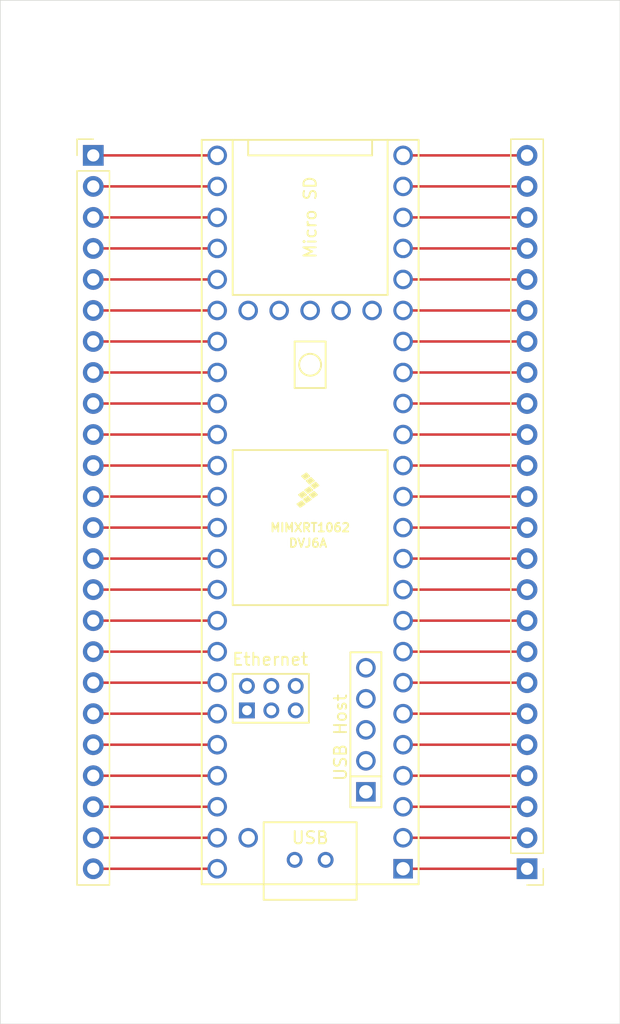
<source format=kicad_pcb>
(kicad_pcb (version 20240108) (generator "pcbnew") (generator_version "8.0")
  (layers (0 "F.Cu" signal) (31 "B.Cu" signal) (34 "B.Paste" user) (35 "F.Paste" user) (36 "B.SilkS" user "B.Silkscreen") (37 "F.SilkS" user "F.Silkscreen") (38 "B.Mask" user) (39 "F.Mask" user) (44 "Edge.Cuts" user))
  (net 0 "")
  (net 1 "Net-(J1-Pin_8)")
  (net 2 "Net-(J1-Pin_2)")
  (net 3 "Net-(J1-Pin_18)")
  (net 4 "Net-(J1-Pin_6)")
  (net 5 "Net-(J1-Pin_11)")
  (net 6 "Net-(J1-Pin_14)")
  (net 7 "Net-(J1-Pin_7)")
  (net 8 "Net-(J1-Pin_22)")
  (net 9 "Net-(J1-Pin_24)")
  (net 10 "Net-(J1-Pin_3)")
  (net 11 "Net-(J1-Pin_21)")
  (net 12 "Net-(J1-Pin_20)")
  (net 13 "Net-(J1-Pin_1)")
  (net 14 "Net-(J1-Pin_5)")
  (net 15 "Net-(J1-Pin_13)")
  (net 16 "Net-(J1-Pin_12)")
  (net 17 "Net-(J1-Pin_23)")
  (net 18 "Net-(J1-Pin_9)")
  (net 19 "Net-(J1-Pin_10)")
  (net 20 "Net-(J1-Pin_4)")
  (net 21 "Net-(J1-Pin_17)")
  (net 22 "Net-(J1-Pin_19)")
  (net 23 "Net-(J1-Pin_16)")
  (net 24 "Net-(J1-Pin_15)")
  (net 25 "Net-(J2-Pin_13)")
  (net 26 "Net-(J2-Pin_3)")
  (net 27 "Net-(J2-Pin_18)")
  (net 28 "Net-(J2-Pin_20)")
  (net 29 "Net-(J2-Pin_15)")
  (net 30 "Net-(J2-Pin_1)")
  (net 31 "Net-(J2-Pin_19)")
  (net 32 "Net-(J2-Pin_4)")
  (net 33 "Net-(J2-Pin_10)")
  (net 34 "Net-(J2-Pin_5)")
  (net 35 "Net-(J2-Pin_17)")
  (net 36 "Net-(J2-Pin_23)")
  (net 37 "Net-(J2-Pin_2)")
  (net 38 "Net-(J2-Pin_8)")
  (net 39 "Net-(J2-Pin_9)")
  (net 40 "Net-(J2-Pin_14)")
  (net 41 "Net-(J2-Pin_21)")
  (net 42 "Net-(J2-Pin_24)")
  (net 43 "Net-(J2-Pin_11)")
  (net 44 "Net-(J2-Pin_16)")
  (net 45 "Net-(J2-Pin_6)")
  (net 46 "Net-(J2-Pin_22)")
  (net 47 "Net-(J2-Pin_12)")
  (net 48 "Net-(J2-Pin_7)")
  (footprint "Connector_PinHeader_2.54mm:PinHeader_1x24_P2.54mm_Vertical" (layer "F.Cu") (at 137.16 63.5)
    (property "Reference" "J2" (hide yes))
    (property "Value" "Conn_01x24_Pin" (hide yes))
    (fp_line (start -1.33 -1.33) (end 0 -1.33) (stroke (width 0.12)) (layer "F.SilkS"))
    (fp_line (start -1.33 0) (end -1.33 -1.33) (stroke (width 0.12)) (layer "F.SilkS"))
    (fp_line (start -1.33 1.27) (end -1.33 59.75) (stroke (width 0.12)) (layer "F.SilkS"))
    (fp_line (start -1.33 1.27) (end 1.33 1.27) (stroke (width 0.12)) (layer "F.SilkS"))
    (fp_line (start -1.33 59.75) (end 1.33 59.75) (stroke (width 0.12)) (layer "F.SilkS"))
    (fp_line (start 1.33 1.27) (end 1.33 59.75) (stroke (width 0.12)) (layer "F.SilkS"))
    (pad "1" thru_hole rect (at 0 0) (size 1.7 1.7) (drill 1) (layers "*.Cu" "*.Mask") (net 30 "Net-(J2-Pin_1)"))
    (pad "2" thru_hole oval (at 0 2.54) (size 1.7 1.7) (drill 1) (layers "*.Cu" "*.Mask") (net 37 "Net-(J2-Pin_2)"))
    (pad "3" thru_hole oval (at 0 5.08) (size 1.7 1.7) (drill 1) (layers "*.Cu" "*.Mask") (net 26 "Net-(J2-Pin_3)"))
    (pad "4" thru_hole oval (at 0 7.62) (size 1.7 1.7) (drill 1) (layers "*.Cu" "*.Mask") (net 32 "Net-(J2-Pin_4)"))
    (pad "5" thru_hole oval (at 0 10.16) (size 1.7 1.7) (drill 1) (layers "*.Cu" "*.Mask") (net 34 "Net-(J2-Pin_5)"))
    (pad "6" thru_hole oval (at 0 12.7) (size 1.7 1.7) (drill 1) (layers "*.Cu" "*.Mask") (net 45 "Net-(J2-Pin_6)"))
    (pad "7" thru_hole oval (at 0 15.24) (size 1.7 1.7) (drill 1) (layers "*.Cu" "*.Mask") (net 48 "Net-(J2-Pin_7)"))
    (pad "8" thru_hole oval (at 0 17.78) (size 1.7 1.7) (drill 1) (layers "*.Cu" "*.Mask") (net 38 "Net-(J2-Pin_8)"))
    (pad "9" thru_hole oval (at 0 20.32) (size 1.7 1.7) (drill 1) (layers "*.Cu" "*.Mask") (net 39 "Net-(J2-Pin_9)"))
    (pad "10" thru_hole oval (at 0 22.86) (size 1.7 1.7) (drill 1) (layers "*.Cu" "*.Mask") (net 33 "Net-(J2-Pin_10)"))
    (pad "11" thru_hole oval (at 0 25.4) (size 1.7 1.7) (drill 1) (layers "*.Cu" "*.Mask") (net 43 "Net-(J2-Pin_11)"))
    (pad "12" thru_hole oval (at 0 27.94) (size 1.7 1.7) (drill 1) (layers "*.Cu" "*.Mask") (net 47 "Net-(J2-Pin_12)"))
    (pad "13" thru_hole oval (at 0 30.48) (size 1.7 1.7) (drill 1) (layers "*.Cu" "*.Mask") (net 25 "Net-(J2-Pin_13)"))
    (pad "14" thru_hole oval (at 0 33.02) (size 1.7 1.7) (drill 1) (layers "*.Cu" "*.Mask") (net 40 "Net-(J2-Pin_14)"))
    (pad "15" thru_hole oval (at 0 35.56) (size 1.7 1.7) (drill 1) (layers "*.Cu" "*.Mask") (net 29 "Net-(J2-Pin_15)"))
    (pad "16" thru_hole oval (at 0 38.1) (size 1.7 1.7) (drill 1) (layers "*.Cu" "*.Mask") (net 44 "Net-(J2-Pin_16)"))
    (pad "17" thru_hole oval (at 0 40.64) (size 1.7 1.7) (drill 1) (layers "*.Cu" "*.Mask") (net 35 "Net-(J2-Pin_17)"))
    (pad "18" thru_hole oval (at 0 43.18) (size 1.7 1.7) (drill 1) (layers "*.Cu" "*.Mask") (net 27 "Net-(J2-Pin_18)"))
    (pad "19" thru_hole oval (at 0 45.72) (size 1.7 1.7) (drill 1) (layers "*.Cu" "*.Mask") (net 31 "Net-(J2-Pin_19)"))
    (pad "20" thru_hole oval (at 0 48.26) (size 1.7 1.7) (drill 1) (layers "*.Cu" "*.Mask") (net 28 "Net-(J2-Pin_20)"))
    (pad "21" thru_hole oval (at 0 50.8) (size 1.7 1.7) (drill 1) (layers "*.Cu" "*.Mask") (net 41 "Net-(J2-Pin_21)"))
    (pad "22" thru_hole oval (at 0 53.34) (size 1.7 1.7) (drill 1) (layers "*.Cu" "*.Mask") (net 46 "Net-(J2-Pin_22)"))
    (pad "23" thru_hole oval (at 0 55.88) (size 1.7 1.7) (drill 1) (layers "*.Cu" "*.Mask") (net 36 "Net-(J2-Pin_23)"))
    (pad "24" thru_hole oval (at 0 58.42) (size 1.7 1.7) (drill 1) (layers "*.Cu" "*.Mask") (net 42 "Net-(J2-Pin_24)"))
  )
  (footprint "MountingHole:MountingHole_3.2mm_M3" (layer "F.Cu") (at 175.26 55.88)
    (property "Reference" "REF**" (hide yes))
    (property "Value" "MountingHole_3.2mm_M3" (hide yes))
    (pad "" np_thru_hole circle (at 0 0) (size 3.2 3.2) (drill 3.2) (layers "F&B.Cu" "*.Mask"))
  )
  (footprint "Connector_PinHeader_2.54mm:PinHeader_1x24_P2.54mm_Vertical" (layer "F.Cu") (at 172.72 121.92 180)
    (property "Reference" "J1" (hide yes))
    (property "Value" "Conn_01x24_Pin" (hide yes))
    (fp_line (start 1.33 1.27) (end 1.33 59.75) (stroke (width 0.12)) (layer "F.SilkS"))
    (fp_line (start -1.33 59.75) (end 1.33 59.75) (stroke (width 0.12)) (layer "F.SilkS"))
    (fp_line (start -1.33 1.27) (end 1.33 1.27) (stroke (width 0.12)) (layer "F.SilkS"))
    (fp_line (start -1.33 1.27) (end -1.33 59.75) (stroke (width 0.12)) (layer "F.SilkS"))
    (fp_line (start -1.33 0) (end -1.33 -1.33) (stroke (width 0.12)) (layer "F.SilkS"))
    (fp_line (start -1.33 -1.33) (end 0 -1.33) (stroke (width 0.12)) (layer "F.SilkS"))
    (pad "1" thru_hole rect (at 0 0 180) (size 1.7 1.7) (drill 1) (layers "*.Cu" "*.Mask") (net 13 "Net-(J1-Pin_1)"))
    (pad "2" thru_hole oval (at 0 2.54 180) (size 1.7 1.7) (drill 1) (layers "*.Cu" "*.Mask") (net 2 "Net-(J1-Pin_2)"))
    (pad "3" thru_hole oval (at 0 5.08 180) (size 1.7 1.7) (drill 1) (layers "*.Cu" "*.Mask") (net 10 "Net-(J1-Pin_3)"))
    (pad "4" thru_hole oval (at 0 7.62 180) (size 1.7 1.7) (drill 1) (layers "*.Cu" "*.Mask") (net 20 "Net-(J1-Pin_4)"))
    (pad "5" thru_hole oval (at 0 10.16 180) (size 1.7 1.7) (drill 1) (layers "*.Cu" "*.Mask") (net 14 "Net-(J1-Pin_5)"))
    (pad "6" thru_hole oval (at 0 12.7 180) (size 1.7 1.7) (drill 1) (layers "*.Cu" "*.Mask") (net 4 "Net-(J1-Pin_6)"))
    (pad "7" thru_hole oval (at 0 15.24 180) (size 1.7 1.7) (drill 1) (layers "*.Cu" "*.Mask") (net 7 "Net-(J1-Pin_7)"))
    (pad "8" thru_hole oval (at 0 17.78 180) (size 1.7 1.7) (drill 1) (layers "*.Cu" "*.Mask") (net 1 "Net-(J1-Pin_8)"))
    (pad "9" thru_hole oval (at 0 20.32 180) (size 1.7 1.7) (drill 1) (layers "*.Cu" "*.Mask") (net 18 "Net-(J1-Pin_9)"))
    (pad "10" thru_hole oval (at 0 22.86 180) (size 1.7 1.7) (drill 1) (layers "*.Cu" "*.Mask") (net 19 "Net-(J1-Pin_10)"))
    (pad "11" thru_hole oval (at 0 25.4 180) (size 1.7 1.7) (drill 1) (layers "*.Cu" "*.Mask") (net 5 "Net-(J1-Pin_11)"))
    (pad "12" thru_hole oval (at 0 27.94 180) (size 1.7 1.7) (drill 1) (layers "*.Cu" "*.Mask") (net 16 "Net-(J1-Pin_12)"))
    (pad "13" thru_hole oval (at 0 30.48 180) (size 1.7 1.7) (drill 1) (layers "*.Cu" "*.Mask") (net 15 "Net-(J1-Pin_13)"))
    (pad "14" thru_hole oval (at 0 33.02 180) (size 1.7 1.7) (drill 1) (layers "*.Cu" "*.Mask") (net 6 "Net-(J1-Pin_14)"))
    (pad "15" thru_hole oval (at 0 35.56 180) (size 1.7 1.7) (drill 1) (layers "*.Cu" "*.Mask") (net 24 "Net-(J1-Pin_15)"))
    (pad "16" thru_hole oval (at 0 38.1 180) (size 1.7 1.7) (drill 1) (layers "*.Cu" "*.Mask") (net 23 "Net-(J1-Pin_16)"))
    (pad "17" thru_hole oval (at 0 40.64 180) (size 1.7 1.7) (drill 1) (layers "*.Cu" "*.Mask") (net 21 "Net-(J1-Pin_17)"))
    (pad "18" thru_hole oval (at 0 43.18 180) (size 1.7 1.7) (drill 1) (layers "*.Cu" "*.Mask") (net 3 "Net-(J1-Pin_18)"))
    (pad "19" thru_hole oval (at 0 45.72 180) (size 1.7 1.7) (drill 1) (layers "*.Cu" "*.Mask") (net 22 "Net-(J1-Pin_19)"))
    (pad "20" thru_hole oval (at 0 48.26 180) (size 1.7 1.7) (drill 1) (layers "*.Cu" "*.Mask") (net 12 "Net-(J1-Pin_20)"))
    (pad "21" thru_hole oval (at 0 50.8 180) (size 1.7 1.7) (drill 1) (layers "*.Cu" "*.Mask") (net 11 "Net-(J1-Pin_21)"))
    (pad "22" thru_hole oval (at 0 53.34 180) (size 1.7 1.7) (drill 1) (layers "*.Cu" "*.Mask") (net 8 "Net-(J1-Pin_22)"))
    (pad "23" thru_hole oval (at 0 55.88 180) (size 1.7 1.7) (drill 1) (layers "*.Cu" "*.Mask") (net 17 "Net-(J1-Pin_23)"))
    (pad "24" thru_hole oval (at 0 58.42 180) (size 1.7 1.7) (drill 1) (layers "*.Cu" "*.Mask") (net 9 "Net-(J1-Pin_24)"))
  )
  (footprint "MountingHole:MountingHole_3.2mm_M3" (layer "F.Cu") (at 134.62 55.88)
    (property "Reference" "REF**" (hide yes))
    (property "Value" "MountingHole_3.2mm_M3" (hide yes))
    (pad "" np_thru_hole circle (at 0 0) (size 3.2 3.2) (drill 3.2) (layers "*.Cu" "*.Mask"))
  )
  (footprint "MountingHole:MountingHole_3.2mm_M3" (layer "F.Cu") (at 134.62 129.54)
    (property "Reference" "REF**" (hide yes))
    (property "Value" "MountingHole_3.2mm_M3" (hide yes))
    (pad "" np_thru_hole circle (at 0 0) (size 3.2 3.2) (drill 3.2) (layers "F&B.Cu" "*.Mask"))
  )
  (footprint "Teensy_footprints:Teensy41" (layer "F.Cu") (at 154.94 92.71 90)
    (property "Reference" "U1" (hide yes))
    (property "Value" "Teensy4.1" (hide yes))
    (fp_line (start 30.48 -8.89) (end 30.48 8.89) (stroke (width 0.15)) (layer "F.SilkS"))
    (fp_line (start -30.48 -8.89) (end 30.48 -8.89) (stroke (width 0.15)) (layer "F.SilkS"))
    (fp_line (start -13.25 -6.3516) (end -17.25 -6.3516) (stroke (width 0.15)) (layer "F.SilkS"))
    (fp_line (start -17.25 -6.3516) (end -17.25 -6.1016) (stroke (width 0.15)) (layer "F.SilkS"))
    (fp_line (start 30.48 -6.35) (end 17.78 -6.35) (stroke (width 0.15)) (layer "F.SilkS"))
    (fp_line (start 17.78 -6.35) (end 17.78 6.35) (stroke (width 0.15)) (layer "F.SilkS"))
    (fp_line (start 5.08 -6.35) (end -7.62 -6.35) (stroke (width 0.15)) (layer "F.SilkS"))
    (fp_line (start -7.62 -6.35) (end -7.62 6.35) (stroke (width 0.15)) (layer "F.SilkS"))
    (fp_line (start -17.25 -6.1016) (end -17.25 -0.1016) (stroke (width 0.15)) (layer "F.SilkS"))
    (fp_line (start 30.48 -5.08) (end 29.21 -5.08) (stroke (width 0.15)) (layer "F.SilkS"))
    (fp_line (start 29.21 -5.08) (end 29.21 5.08) (stroke (width 0.15)) (layer "F.SilkS"))
    (fp_line (start -25.4 -3.81) (end -30.48 -3.81) (stroke (width 0.15)) (layer "F.SilkS"))
    (fp_line (start -31.75 -3.81) (end -30.48 -3.81) (stroke (width 0.15)) (layer "F.SilkS"))
    (fp_line (start 13.97 -1.27) (end 13.97 1.27) (stroke (width 0.15)) (layer "F.SilkS"))
    (fp_line (start 10.16 -1.27) (end 13.97 -1.27) (stroke (width 0.15)) (layer "F.SilkS"))
    (fp_line (start -13.25 -0.1016) (end -13.25 -6.3516) (stroke (width 0.15)) (layer "F.SilkS"))
    (fp_line (start -17.25 -0.1016) (end -13.25 -0.1016) (stroke (width 0.15)) (layer "F.SilkS"))
    (fp_line (start 13.97 1.27) (end 10.16 1.27) (stroke (width 0.15)) (layer "F.SilkS"))
    (fp_line (start 10.16 1.27) (end 10.16 -1.27) (stroke (width 0.15)) (layer "F.SilkS"))
    (fp_line (start -11.4808 3.2992) (end -11.4808 5.8392) (stroke (width 0.15)) (layer "F.SilkS"))
    (fp_line (start -21.6408 3.2992) (end -21.6408 5.8392) (stroke (width 0.15)) (layer "F.SilkS"))
    (fp_line (start -24.1808 3.2992) (end -11.4808 3.2992) (stroke (width 0.15)) (layer "F.SilkS"))
    (fp_line (start -24.1808 3.2992) (end -21.6408 3.2992) (stroke (width 0.15)) (layer "F.SilkS"))
    (fp_line (start -25.4 3.81) (end -25.4 -3.81) (stroke (width 0.15)) (layer "F.SilkS"))
    (fp_line (start -25.4 3.81) (end -30.48 3.81) (stroke (width 0.15)) (layer "F.SilkS"))
    (fp_line (start -30.48 3.81) (end -31.75 3.81) (stroke (width 0.15)) (layer "F.SilkS"))
    (fp_line (start -31.75 3.81) (end -31.75 -3.81) (stroke (width 0.15)) (layer "F.SilkS"))
    (fp_line (start 29.21 5.08) (end 30.48 5.08) (stroke (width 0.15)) (layer "F.SilkS"))
    (fp_line (start -11.4808 5.8392) (end -24.1808 5.8392) (stroke (width 0.15)) (layer "F.SilkS"))
    (fp_line (start -24.1808 5.8392) (end -24.1808 3.2992) (stroke (width 0.15)) (layer "F.SilkS"))
    (fp_line (start 17.78 6.35) (end 30.48 6.35) (stroke (width 0.15)) (layer "F.SilkS"))
    (fp_line (start 5.08 6.35) (end 5.08 -6.35) (stroke (width 0.15)) (layer "F.SilkS"))
    (fp_line (start -7.62 6.35) (end 5.08 6.35) (stroke (width 0.15)) (layer "F.SilkS"))
    (fp_line (start 30.48 8.89) (end -30.48 8.89) (stroke (width 0.15)) (layer "F.SilkS"))
    (fp_line (start -30.48 8.89) (end -30.48 -8.89) (stroke (width 0.15)) (layer "F.SilkS"))
    (fp_circle (center 12.065 0) (end 12.7 -0.635) (stroke (width 0.15)) (fill none) (layer "F.SilkS"))
    (fp_poly (pts (xy 0.911 -0.688) (xy 0.657 -0.434) (xy 0.403 -0.815) (xy 0.657 -1.069)) (stroke (width 0.1)) (fill solid) (layer "F.SilkS"))
    (fp_poly (pts (xy 1.673 -0.561) (xy 1.419 -0.307) (xy 1.165 -0.688) (xy 1.419 -0.942)) (stroke (width 0.1)) (fill solid) (layer "F.SilkS"))
    (fp_poly (pts (xy 3.197 -0.307) (xy 2.943 -0.053) (xy 2.689 -0.434) (xy 2.943 -0.688)) (stroke (width 0.1)) (fill solid) (layer "F.SilkS"))
    (fp_poly (pts (xy 1.292 -0.18) (xy 1.038 0.074) (xy 0.784 -0.307) (xy 1.038 -0.561)) (stroke (width 0.1)) (fill solid) (layer "F.SilkS"))
    (fp_poly (pts (xy 2.054 -0.053) (xy 1.8 0.201) (xy 1.546 -0.18) (xy 1.8 -0.434)) (stroke (width 0.1)) (fill solid) (layer "F.SilkS"))
    (fp_poly (pts (xy 2.816 0.074) (xy 2.562 0.328) (xy 2.308 -0.053) (xy 2.562 -0.307)) (stroke (width 0.1)) (fill solid) (layer "F.SilkS"))
    (fp_poly (pts (xy 1.673 0.328) (xy 1.419 0.582) (xy 1.165 0.201) (xy 1.419 -0.053)) (stroke (width 0.1)) (fill solid) (layer "F.SilkS"))
    (fp_poly (pts (xy 2.435 0.455) (xy 2.181 0.709) (xy 1.927 0.328) (xy 2.181 0.074)) (stroke (width 0.1)) (fill solid) (layer "F.SilkS"))
    (fp_text user "Ethernet" (at -12.065 -3.2766 0) (layer "F.SilkS"))
    (fp_text user "MIMXRT1062" (at -1.27 0 0) (layer "F.SilkS") (effects (font (size 0.7 0.7))))
    (fp_text user "Micro SD" (at 24.13 0 90) (layer "F.SilkS"))
    (fp_text user "USB Host" (at -18.4658 2.4892 90) (layer "F.SilkS"))
    (fp_text user "USB" (at -26.67 0 0) (layer "F.SilkS"))
    (fp_text user "DVJ6A" (at -2.54 -0.18 0) (layer "F.SilkS") (effects (font (size 0.7 0.7))))
    (pad "1" thru_hole rect (at -29.21 7.62 90) (size 1.6 1.6) (drill 1.1) (layers "*.Cu" "*.Mask") (net 13 "Net-(J1-Pin_1)"))
    (pad "2" thru_hole circle (at -26.67 7.62 90) (size 1.6 1.6) (drill 1.1) (layers "*.Cu" "*.Mask") (net 2 "Net-(J1-Pin_2)"))
    (pad "3" thru_hole circle (at -24.13 7.62 90) (size 1.6 1.6) (drill 1.1) (layers "*.Cu" "*.Mask") (net 10 "Net-(J1-Pin_3)"))
    (pad "4" thru_hole circle (at -21.59 7.62 90) (size 1.6 1.6) (drill 1.1) (layers "*.Cu" "*.Mask") (net 20 "Net-(J1-Pin_4)"))
    (pad "5" thru_hole circle (at -19.05 7.62 90) (size 1.6 1.6) (drill 1.1) (layers "*.Cu" "*.Mask") (net 14 "Net-(J1-Pin_5)"))
    (pad "6" thru_hole circle (at -16.51 7.62 90) (size 1.6 1.6) (drill 1.1) (layers "*.Cu" "*.Mask") (net 4 "Net-(J1-Pin_6)"))
    (pad "7" thru_hole circle (at -13.97 7.62 90) (size 1.6 1.6) (drill 1.1) (layers "*.Cu" "*.Mask") (net 7 "Net-(J1-Pin_7)"))
    (pad "8" thru_hole circle (at -11.43 7.62 90) (size 1.6 1.6) (drill 1.1) (layers "*.Cu" "*.Mask") (net 1 "Net-(J1-Pin_8)"))
    (pad "9" thru_hole circle (at -8.89 7.62 90) (size 1.6 1.6) (drill 1.1) (layers "*.Cu" "*.Mask") (net 18 "Net-(J1-Pin_9)"))
    (pad "10" thru_hole circle (at -6.35 7.62 90) (size 1.6 1.6) (drill 1.1) (layers "*.Cu" "*.Mask") (net 19 "Net-(J1-Pin_10)"))
    (pad "11" thru_hole circle (at -3.81 7.62 90) (size 1.6 1.6) (drill 1.1) (layers "*.Cu" "*.Mask") (net 5 "Net-(J1-Pin_11)"))
    (pad "12" thru_hole circle (at -1.27 7.62 90) (size 1.6 1.6) (drill 1.1) (layers "*.Cu" "*.Mask") (net 16 "Net-(J1-Pin_12)"))
    (pad "13" thru_hole circle (at 1.27 7.62 90) (size 1.6 1.6) (drill 1.1) (layers "*.Cu" "*.Mask") (net 15 "Net-(J1-Pin_13)"))
    (pad "14" thru_hole circle (at 3.81 7.62 90) (size 1.6 1.6) (drill 1.1) (layers "*.Cu" "*.Mask") (net 6 "Net-(J1-Pin_14)"))
    (pad "15" thru_hole circle (at 6.35 7.62 90) (size 1.6 1.6) (drill 1.1) (layers "*.Cu" "*.Mask") (net 24 "Net-(J1-Pin_15)"))
    (pad "16" thru_hole circle (at 8.89 7.62 90) (size 1.6 1.6) (drill 1.1) (layers "*.Cu" "*.Mask") (net 23 "Net-(J1-Pin_16)"))
    (pad "17" thru_hole circle (at 11.43 7.62 90) (size 1.6 1.6) (drill 1.1) (layers "*.Cu" "*.Mask") (net 21 "Net-(J1-Pin_17)"))
    (pad "18" thru_hole circle (at 13.97 7.62 90) (size 1.6 1.6) (drill 1.1) (layers "*.Cu" "*.Mask") (net 3 "Net-(J1-Pin_18)"))
    (pad "19" thru_hole circle (at 16.51 7.62 90) (size 1.6 1.6) (drill 1.1) (layers "*.Cu" "*.Mask") (net 22 "Net-(J1-Pin_19)"))
    (pad "20" thru_hole circle (at 19.05 7.62 90) (size 1.6 1.6) (drill 1.1) (layers "*.Cu" "*.Mask") (net 12 "Net-(J1-Pin_20)"))
    (pad "21" thru_hole circle (at 21.59 7.62 90) (size 1.6 1.6) (drill 1.1) (layers "*.Cu" "*.Mask") (net 11 "Net-(J1-Pin_21)"))
    (pad "22" thru_hole circle (at 24.13 7.62 90) (size 1.6 1.6) (drill 1.1) (layers "*.Cu" "*.Mask") (net 8 "Net-(J1-Pin_22)"))
    (pad "23" thru_hole circle (at 26.67 7.62 90) (size 1.6 1.6) (drill 1.1) (layers "*.Cu" "*.Mask") (net 17 "Net-(J1-Pin_23)"))
    (pad "24" thru_hole circle (at 29.21 7.62 90) (size 1.6 1.6) (drill 1.1) (layers "*.Cu" "*.Mask") (net 9 "Net-(J1-Pin_24)"))
    (pad "25" thru_hole circle (at 29.21 -7.62 90) (size 1.6 1.6) (drill 1.1) (layers "*.Cu" "*.Mask") (net 30 "Net-(J2-Pin_1)"))
    (pad "26" thru_hole circle (at 26.67 -7.62 90) (size 1.6 1.6) (drill 1.1) (layers "*.Cu" "*.Mask") (net 37 "Net-(J2-Pin_2)"))
    (pad "27" thru_hole circle (at 24.13 -7.62 90) (size 1.6 1.6) (drill 1.1) (layers "*.Cu" "*.Mask") (net 26 "Net-(J2-Pin_3)"))
    (pad "28" thru_hole circle (at 21.59 -7.62 90) (size 1.6 1.6) (drill 1.1) (layers "*.Cu" "*.Mask") (net 32 "Net-(J2-Pin_4)"))
    (pad "29" thru_hole circle (at 19.05 -7.62 90) (size 1.6 1.6) (drill 1.1) (layers "*.Cu" "*.Mask") (net 34 "Net-(J2-Pin_5)"))
    (pad "30" thru_hole circle (at 16.51 -7.62 90) (size 1.6 1.6) (drill 1.1) (layers "*.Cu" "*.Mask") (net 45 "Net-(J2-Pin_6)"))
    (pad "31" thru_hole circle (at 13.97 -7.62 90) (size 1.6 1.6) (drill 1.1) (layers "*.Cu" "*.Mask") (net 48 "Net-(J2-Pin_7)"))
    (pad "32" thru_hole circle (at 11.43 -7.62 90) (size 1.6 1.6) (drill 1.1) (layers "*.Cu" "*.Mask") (net 38 "Net-(J2-Pin_8)"))
    (pad "33" thru_hole circle (at 8.89 -7.62 90) (size 1.6 1.6) (drill 1.1) (layers "*.Cu" "*.Mask") (net 39 "Net-(J2-Pin_9)"))
    (pad "34" thru_hole circle (at 6.35 -7.62 90) (size 1.6 1.6) (drill 1.1) (layers "*.Cu" "*.Mask") (net 33 "Net-(J2-Pin_10)"))
    (pad "35" thru_hole circle (at 3.81 -7.62 90) (size 1.6 1.6) (drill 1.1) (layers "*.Cu" "*.Mask") (net 43 "Net-(J2-Pin_11)"))
    (pad "36" thru_hole circle (at 1.27 -7.62 90) (size 1.6 1.6) (drill 1.1) (layers "*.Cu" "*.Mask") (net 47 "Net-(J2-Pin_12)"))
    (pad "37" thru_hole circle (at -1.27 -7.62 90) (size 1.6 1.6) (drill 1.1) (layers "*.Cu" "*.Mask") (net 25 "Net-(J2-Pin_13)"))
    (pad "38" thru_hole circle (at -3.81 -7.62 90) (size 1.6 1.6) (drill 1.1) (layers "*.Cu" "*.Mask") (net 40 "Net-(J2-Pin_14)"))
    (pad "39" thru_hole circle (at -6.35 -7.62 90) (size 1.6 1.6) (drill 1.1) (layers "*.Cu" "*.Mask") (net 29 "Net-(J2-Pin_15)"))
    (pad "40" thru_hole circle (at -8.89 -7.62 90) (size 1.6 1.6) (drill 1.1) (layers "*.Cu" "*.Mask") (net 44 "Net-(J2-Pin_16)"))
    (pad "41" thru_hole circle (at -11.43 -7.62 90) (size 1.6 1.6) (drill 1.1) (layers "*.Cu" "*.Mask") (net 35 "Net-(J2-Pin_17)"))
    (pad "42" thru_hole circle (at -13.97 -7.62 90) (size 1.6 1.6) (drill 1.1) (layers "*.Cu" "*.Mask") (net 27 "Net-(J2-Pin_18)"))
    (pad "43" thru_hole circle (at -16.51 -7.62 90) (size 1.6 1.6) (drill 1.1) (layers "*.Cu" "*.Mask") (net 31 "Net-(J2-Pin_19)"))
    (pad "44" thru_hole circle (at -19.05 -7.62 90) (size 1.6 1.6) (drill 1.1) (layers "*.Cu" "*.Mask") (net 28 "Net-(J2-Pin_20)"))
    (pad "45" thru_hole circle (at -21.59 -7.62 90) (size 1.6 1.6) (drill 1.1) (layers "*.Cu" "*.Mask") (net 41 "Net-(J2-Pin_21)"))
    (pad "46" thru_hole circle (at -24.13 -7.62 90) (size 1.6 1.6) (drill 1.1) (layers "*.Cu" "*.Mask") (net 46 "Net-(J2-Pin_22)"))
    (pad "47" thru_hole circle (at -26.67 -7.62 90) (size 1.6 1.6) (drill 1.1) (layers "*.Cu" "*.Mask") (net 36 "Net-(J2-Pin_23)"))
    (pad "48" thru_hole circle (at -29.21 -7.62 90) (size 1.6 1.6) (drill 1.1) (layers "*.Cu" "*.Mask") (net 42 "Net-(J2-Pin_24)"))
    (pad "49" thru_hole circle (at -26.67 -5.08 90) (size 1.6 1.6) (drill 1.1) (layers "*.Cu" "*.Mask"))
    (pad "50" thru_hole circle (at 16.51 5.08 90) (size 1.6 1.6) (drill 1.1) (layers "*.Cu" "*.Mask"))
    (pad "51" thru_hole circle (at 16.51 2.54 90) (size 1.6 1.6) (drill 1.1) (layers "*.Cu" "*.Mask"))
    (pad "52" thru_hole circle (at 16.51 0 90) (size 1.6 1.6) (drill 1.1) (layers "*.Cu" "*.Mask"))
    (pad "53" thru_hole circle (at 16.51 -2.54 90) (size 1.6 1.6) (drill 1.1) (layers "*.Cu" "*.Mask"))
    (pad "54" thru_hole circle (at 16.51 -5.08 90) (size 1.6 1.6) (drill 1.1) (layers "*.Cu" "*.Mask"))
    (pad "55" thru_hole rect (at -22.9108 4.5692 90) (size 1.6 1.6) (drill 1.1) (layers "*.Cu" "*.Mask"))
    (pad "56" thru_hole circle (at -20.3708 4.5692 90) (size 1.6 1.6) (drill 1.1) (layers "*.Cu" "*.Mask"))
    (pad "57" thru_hole circle (at -17.8308 4.5692 90) (size 1.6 1.6) (drill 1.1) (layers "*.Cu" "*.Mask"))
    (pad "58" thru_hole circle (at -15.2908 4.5692 90) (size 1.6 1.6) (drill 1.1) (layers "*.Cu" "*.Mask"))
    (pad "59" thru_hole circle (at -12.7508 4.5692 90) (size 1.6 1.6) (drill 1.1) (layers "*.Cu" "*.Mask"))
    (pad "60" thru_hole rect (at -16.24 -5.1816 90) (size 1.3 1.3) (drill 0.8) (layers "*.Cu" "*.Mask"))
    (pad "61" thru_hole circle (at -16.24 -3.1816 90) (size 1.3 1.3) (drill 0.8) (layers "*.Cu" "*.Mask"))
    (pad "62" thru_hole circle (at -16.24 -1.1816 90) (size 1.3 1.3) (drill 0.8) (layers "*.Cu" "*.Mask"))
    (pad "63" thru_hole circle (at -14.24 -1.1816 90) (size 1.3 1.3) (drill 0.8) (layers "*.Cu" "*.Mask"))
    (pad "64" thru_hole circle (at -14.24 -3.1816 90) (size 1.3 1.3) (drill 0.8) (layers "*.Cu" "*.Mask"))
    (pad "65" thru_hole circle (at -14.24 -5.1816 90) (size 1.3 1.3) (drill 0.8) (layers "*.Cu" "*.Mask"))
    (pad "66" thru_hole circle (at -28.48 -1.27 90) (size 1.3 1.3) (drill 0.8) (layers "*.Cu" "*.Mask"))
    (pad "67" thru_hole circle (at -28.48 1.27 90) (size 1.3 1.3) (drill 0.8) (layers "*.Cu" "*.Mask"))
  )
  (footprint "MountingHole:MountingHole_3.2mm_M3" (layer "F.Cu") (at 175.26 129.54)
    (property "Reference" "REF**" (hide yes))
    (property "Value" "MountingHole_3.2mm_M3" (hide yes))
    (pad "" np_thru_hole circle (at 0 0) (size 3.2 3.2) (drill 3.2) (layers "F&B.Cu" "*.Mask"))
  )
  (gr_line (start 172.72 93.98) (end 162.56 93.98) (stroke (width 0.2)) (layer "F.Cu") (net 16))
  (gr_line (start 147.32 66.04) (end 137.16 66.04) (stroke (width 0.2)) (layer "F.Cu") (net 37))
  (gr_line (start 147.32 116.84) (end 137.16 116.84) (stroke (width 0.2)) (layer "F.Cu") (net 46))
  (gr_line (start 172.72 119.38) (end 162.56 119.38) (stroke (width 0.2)) (layer "F.Cu") (net 2))
  (gr_line (start 147.32 111.76) (end 137.16 111.76) (stroke (width 0.2)) (layer "F.Cu") (net 28))
  (gr_line (start 172.72 104.14) (end 162.56 104.14) (stroke (width 0.2)) (layer "F.Cu") (net 1))
  (gr_line (start 147.32 76.2) (end 137.16 76.2) (stroke (width 0.2)) (layer "F.Cu") (net 45))
  (gr_line (start 147.32 104.14) (end 137.16 104.14) (stroke (width 0.2)) (layer "F.Cu") (net 35))
  (gr_line (start 162.56 76.2) (end 172.72 76.2) (stroke (width 0.2)) (layer "F.Cu") (net 22))
  (gr_line (start 172.72 116.84) (end 162.56 116.84) (stroke (width 0.2)) (layer "F.Cu") (net 10))
  (gr_line (start 172.72 101.6) (end 162.56 101.6) (stroke (width 0.2)) (layer "F.Cu") (net 18))
  (gr_line (start 147.32 78.74) (end 137.16 78.74) (stroke (width 0.2)) (layer "F.Cu") (net 48))
  (gr_line (start 162.56 88.9) (end 172.72 88.9) (stroke (width 0.2)) (layer "F.Cu") (net 6))
  (gr_line (start 162.56 63.5) (end 172.72 63.5) (stroke (width 0.2)) (layer "F.Cu") (net 9))
  (gr_line (start 147.32 93.98) (end 137.16 93.98) (stroke (width 0.2)) (layer "F.Cu") (net 25))
  (gr_line (start 172.72 99.06) (end 162.56 99.06) (stroke (width 0.2)) (layer "F.Cu") (net 19))
  (gr_line (start 137.16 88.9) (end 147.32 88.9) (stroke (width 0.2)) (layer "F.Cu") (net 43))
  (gr_line (start 137.16 106.68) (end 147.32 106.68) (stroke (width 0.2)) (layer "F.Cu") (net 27))
  (gr_line (start 147.32 68.58) (end 137.16 68.58) (stroke (width 0.2)) (layer "F.Cu") (net 26))
  (gr_line (start 162.56 83.82) (end 172.72 83.82) (stroke (width 0.2)) (layer "F.Cu") (net 23))
  (gr_line (start 147.32 101.6) (end 137.16 101.6) (stroke (width 0.2)) (layer "F.Cu") (net 44))
  (gr_line (start 147.32 96.52) (end 137.16 96.52) (stroke (width 0.2)) (layer "F.Cu") (net 40))
  (gr_line (start 162.56 68.58) (end 172.72 68.58) (stroke (width 0.2)) (layer "F.Cu") (net 8))
  (gr_line (start 162.56 86.36) (end 172.72 86.36) (stroke (width 0.2)) (layer "F.Cu") (net 24))
  (gr_line (start 147.32 109.22) (end 137.16 109.22) (stroke (width 0.2)) (layer "F.Cu") (net 31))
  (gr_line (start 162.56 96.52) (end 172.72 96.52) (stroke (width 0.2)) (layer "F.Cu") (net 5))
  (gr_line (start 162.56 66.04) (end 172.72 66.04) (stroke (width 0.2)) (layer "F.Cu") (net 17))
  (gr_line (start 147.32 81.28) (end 137.16 81.28) (stroke (width 0.2)) (layer "F.Cu") (net 38))
  (gr_line (start 147.32 121.92) (end 137.16 121.92) (stroke (width 0.2)) (layer "F.Cu") (net 42))
  (gr_line (start 172.72 106.68) (end 162.56 106.68) (stroke (width 0.2)) (layer "F.Cu") (net 7))
  (gr_line (start 147.32 86.36) (end 137.16 86.36) (stroke (width 0.2)) (layer "F.Cu") (net 33))
  (gr_line (start 147.32 91.44) (end 137.16 91.44) (stroke (width 0.2)) (layer "F.Cu") (net 47))
  (gr_line (start 162.56 81.28) (end 172.72 81.28) (stroke (width 0.2)) (layer "F.Cu") (net 21))
  (gr_line (start 162.56 78.74) (end 172.72 78.74) (stroke (width 0.2)) (layer "F.Cu") (net 3))
  (gr_line (start 147.32 73.66) (end 137.16 73.66) (stroke (width 0.2)) (layer "F.Cu") (net 34))
  (gr_line (start 147.32 99.06) (end 137.16 99.06) (stroke (width 0.2)) (layer "F.Cu") (net 29))
  (gr_line (start 162.56 114.3) (end 172.72 114.3) (stroke (width 0.2)) (layer "F.Cu") (net 20))
  (gr_line (start 172.72 121.92) (end 162.56 121.92) (stroke (width 0.2)) (layer "F.Cu") (net 13))
  (gr_line (start 162.56 73.66) (end 172.72 73.66) (stroke (width 0.2)) (layer "F.Cu") (net 12))
  (gr_line (start 172.72 91.44) (end 162.56 91.44) (stroke (width 0.2)) (layer "F.Cu") (net 15))
  (gr_line (start 147.32 119.38) (end 137.16 119.38) (stroke (width 0.2)) (layer "F.Cu") (net 36))
  (gr_line (start 147.32 63.5) (end 137.16 63.5) (stroke (width 0.2)) (layer "F.Cu") (net 30))
  (gr_line (start 147.32 71.12) (end 137.16 71.12) (stroke (width 0.2)) (layer "F.Cu") (net 32))
  (gr_line (start 162.56 71.12) (end 172.72 71.12) (stroke (width 0.2)) (layer "F.Cu") (net 11))
  (gr_line (start 147.32 83.82) (end 137.16 83.82) (stroke (width 0.2)) (layer "F.Cu") (net 39))
  (gr_line (start 147.32 114.3) (end 137.16 114.3) (stroke (width 0.2)) (layer "F.Cu") (net 41))
  (gr_line (start 172.72 109.22) (end 162.56 109.22) (stroke (width 0.2)) (layer "F.Cu") (net 4))
  (gr_line (start 172.72 111.76) (end 162.56 111.76) (stroke (width 0.2)) (layer "F.Cu") (net 14))
  (gr_rect (start 129.54 50.8) (end 180.34 134.62) (stroke (width 0.05)) (fill none) (layer "Edge.Cuts"))
)
</source>
